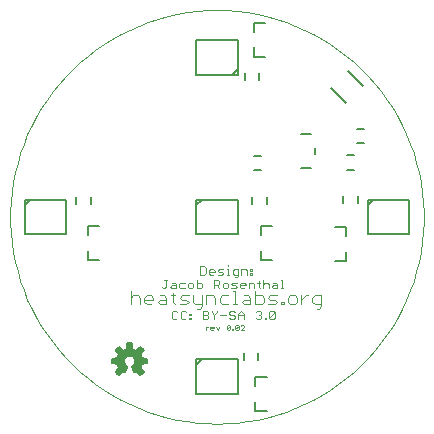
<source format=gto>
G75*
G70*
%OFA0B0*%
%FSLAX24Y24*%
%IPPOS*%
%LPD*%
%AMOC8*
5,1,8,0,0,1.08239X$1,22.5*
%
%ADD10C,0.0040*%
%ADD11C,0.0020*%
%ADD12C,0.0000*%
%ADD13C,0.0080*%
%ADD14C,0.0060*%
%ADD15C,0.0050*%
%ADD16C,0.0059*%
D10*
X005591Y006999D02*
X005684Y006999D01*
X005731Y007046D01*
X005839Y007046D02*
X005839Y007232D01*
X005885Y007279D01*
X005979Y007279D01*
X006026Y007232D01*
X006133Y007186D02*
X006133Y007139D01*
X006180Y007139D01*
X006180Y007186D01*
X006133Y007186D01*
X006133Y007046D02*
X006133Y006999D01*
X006180Y006999D01*
X006180Y007046D01*
X006133Y007046D01*
X006026Y007046D02*
X005979Y006999D01*
X005885Y006999D01*
X005839Y007046D01*
X005731Y007232D02*
X005684Y007279D01*
X005591Y007279D01*
X005544Y007232D01*
X005544Y007046D01*
X005591Y006999D01*
X005663Y007499D02*
X005590Y007572D01*
X005590Y007866D01*
X005517Y007792D02*
X005663Y007792D01*
X005811Y007719D02*
X005885Y007646D01*
X006031Y007646D01*
X006105Y007572D01*
X006031Y007499D01*
X005811Y007499D01*
X005811Y007719D02*
X005885Y007792D01*
X006105Y007792D01*
X006253Y007792D02*
X006253Y007572D01*
X006327Y007499D01*
X006547Y007499D01*
X006547Y007426D02*
X006473Y007352D01*
X006400Y007352D01*
X006547Y007426D02*
X006547Y007792D01*
X006695Y007792D02*
X006915Y007792D01*
X006989Y007719D01*
X006989Y007499D01*
X007137Y007572D02*
X007211Y007499D01*
X007431Y007499D01*
X007579Y007499D02*
X007726Y007499D01*
X007653Y007499D02*
X007653Y007939D01*
X007579Y007939D01*
X007529Y008034D02*
X007666Y008034D01*
X007712Y008079D01*
X007666Y008125D01*
X007574Y008125D01*
X007529Y008171D01*
X007574Y008217D01*
X007712Y008217D01*
X007819Y008171D02*
X007864Y008217D01*
X007956Y008217D01*
X008002Y008171D01*
X008002Y008125D01*
X007819Y008125D01*
X007819Y008079D02*
X007819Y008171D01*
X007819Y008079D02*
X007864Y008034D01*
X007956Y008034D01*
X008109Y008034D02*
X008109Y008217D01*
X008246Y008217D01*
X008292Y008171D01*
X008292Y008034D01*
X008316Y007939D02*
X008316Y007499D01*
X008536Y007499D01*
X008609Y007572D01*
X008609Y007719D01*
X008536Y007792D01*
X008316Y007792D01*
X008167Y007719D02*
X008167Y007499D01*
X007947Y007499D01*
X007874Y007572D01*
X007947Y007646D01*
X008167Y007646D01*
X008167Y007719D02*
X008094Y007792D01*
X007947Y007792D01*
X007847Y007279D02*
X007941Y007186D01*
X007941Y006999D01*
X007941Y007139D02*
X007754Y007139D01*
X007754Y007186D02*
X007754Y006999D01*
X007646Y007046D02*
X007599Y006999D01*
X007506Y006999D01*
X007459Y007046D01*
X007506Y007139D02*
X007459Y007186D01*
X007459Y007232D01*
X007506Y007279D01*
X007599Y007279D01*
X007646Y007232D01*
X007599Y007139D02*
X007646Y007092D01*
X007646Y007046D01*
X007599Y007139D02*
X007506Y007139D01*
X007351Y007139D02*
X007165Y007139D01*
X007057Y007232D02*
X007057Y007279D01*
X007057Y007232D02*
X006963Y007139D01*
X006963Y006999D01*
X006963Y007139D02*
X006870Y007232D01*
X006870Y007279D01*
X006762Y007232D02*
X006762Y007186D01*
X006715Y007139D01*
X006575Y007139D01*
X006575Y006999D02*
X006715Y006999D01*
X006762Y007046D01*
X006762Y007092D01*
X006715Y007139D01*
X006762Y007232D02*
X006715Y007279D01*
X006575Y007279D01*
X006575Y006999D01*
X006695Y007499D02*
X006695Y007792D01*
X006506Y008034D02*
X006369Y008034D01*
X006369Y008309D01*
X006369Y008217D02*
X006506Y008217D01*
X006552Y008171D01*
X006552Y008079D01*
X006506Y008034D01*
X006262Y008079D02*
X006262Y008171D01*
X006216Y008217D01*
X006124Y008217D01*
X006079Y008171D01*
X006079Y008079D01*
X006124Y008034D01*
X006216Y008034D01*
X006262Y008079D01*
X005972Y008034D02*
X005834Y008034D01*
X005789Y008079D01*
X005789Y008171D01*
X005834Y008217D01*
X005972Y008217D01*
X005682Y008171D02*
X005682Y008034D01*
X005544Y008034D01*
X005499Y008079D01*
X005544Y008125D01*
X005682Y008125D01*
X005682Y008171D02*
X005636Y008217D01*
X005544Y008217D01*
X005392Y008309D02*
X005300Y008309D01*
X005346Y008309D02*
X005346Y008079D01*
X005300Y008034D01*
X005254Y008034D01*
X005209Y008079D01*
X005148Y007792D02*
X005295Y007792D01*
X005368Y007719D01*
X005368Y007499D01*
X005148Y007499D01*
X005075Y007572D01*
X005148Y007646D01*
X005368Y007646D01*
X004926Y007646D02*
X004633Y007646D01*
X004633Y007719D02*
X004633Y007572D01*
X004706Y007499D01*
X004853Y007499D01*
X004926Y007646D02*
X004926Y007719D01*
X004853Y007792D01*
X004706Y007792D01*
X004633Y007719D01*
X004484Y007719D02*
X004484Y007499D01*
X004484Y007719D02*
X004411Y007792D01*
X004264Y007792D01*
X004191Y007719D01*
X004191Y007939D02*
X004191Y007499D01*
X006488Y008482D02*
X006628Y008482D01*
X006675Y008529D01*
X006675Y008716D01*
X006628Y008762D01*
X006488Y008762D01*
X006488Y008482D01*
X006783Y008529D02*
X006783Y008622D01*
X006830Y008669D01*
X006923Y008669D01*
X006970Y008622D01*
X006970Y008576D01*
X006783Y008576D01*
X006783Y008529D02*
X006830Y008482D01*
X006923Y008482D01*
X007078Y008482D02*
X007218Y008482D01*
X007264Y008529D01*
X007218Y008576D01*
X007124Y008576D01*
X007078Y008622D01*
X007124Y008669D01*
X007264Y008669D01*
X007372Y008669D02*
X007419Y008669D01*
X007419Y008482D01*
X007372Y008482D02*
X007466Y008482D01*
X007569Y008529D02*
X007615Y008482D01*
X007756Y008482D01*
X007756Y008435D02*
X007756Y008669D01*
X007615Y008669D01*
X007569Y008622D01*
X007569Y008529D01*
X007662Y008389D02*
X007709Y008389D01*
X007756Y008435D01*
X007863Y008482D02*
X007863Y008669D01*
X008003Y008669D01*
X008050Y008622D01*
X008050Y008482D01*
X008158Y008482D02*
X008158Y008529D01*
X008205Y008529D01*
X008205Y008482D01*
X008158Y008482D01*
X008158Y008622D02*
X008158Y008669D01*
X008205Y008669D01*
X008205Y008622D01*
X008158Y008622D01*
X008444Y008263D02*
X008444Y008079D01*
X008490Y008034D01*
X008592Y008034D02*
X008592Y008309D01*
X008638Y008217D02*
X008592Y008171D01*
X008638Y008217D02*
X008729Y008217D01*
X008775Y008171D01*
X008775Y008034D01*
X008882Y008079D02*
X008928Y008125D01*
X009065Y008125D01*
X009065Y008171D02*
X009065Y008034D01*
X008928Y008034D01*
X008882Y008079D01*
X008928Y008217D02*
X009019Y008217D01*
X009065Y008171D01*
X009172Y008034D02*
X009264Y008034D01*
X009218Y008034D02*
X009218Y008309D01*
X009172Y008309D01*
X009051Y007792D02*
X008831Y007792D01*
X008758Y007719D01*
X008831Y007646D01*
X008978Y007646D01*
X009051Y007572D01*
X008978Y007499D01*
X008758Y007499D01*
X008832Y007279D02*
X008925Y007279D01*
X008972Y007232D01*
X008785Y007046D01*
X008832Y006999D01*
X008925Y006999D01*
X008972Y007046D01*
X008972Y007232D01*
X008832Y007279D02*
X008785Y007232D01*
X008785Y007046D01*
X008685Y007046D02*
X008685Y006999D01*
X008638Y006999D01*
X008638Y007046D01*
X008685Y007046D01*
X008530Y007046D02*
X008483Y006999D01*
X008390Y006999D01*
X008343Y007046D01*
X008437Y007139D02*
X008483Y007139D01*
X008530Y007092D01*
X008530Y007046D01*
X008483Y007139D02*
X008530Y007186D01*
X008530Y007232D01*
X008483Y007279D01*
X008390Y007279D01*
X008343Y007232D01*
X007847Y007279D02*
X007754Y007186D01*
X007431Y007792D02*
X007211Y007792D01*
X007137Y007719D01*
X007137Y007572D01*
X007132Y008034D02*
X007040Y008125D01*
X007086Y008125D02*
X006949Y008125D01*
X006949Y008034D02*
X006949Y008309D01*
X007086Y008309D01*
X007132Y008263D01*
X007132Y008171D01*
X007086Y008125D01*
X007239Y008079D02*
X007284Y008034D01*
X007376Y008034D01*
X007422Y008079D01*
X007422Y008171D01*
X007376Y008217D01*
X007284Y008217D01*
X007239Y008171D01*
X007239Y008079D01*
X007419Y008762D02*
X007419Y008809D01*
X008399Y008217D02*
X008490Y008217D01*
X009200Y007572D02*
X009200Y007499D01*
X009273Y007499D01*
X009273Y007572D01*
X009200Y007572D01*
X009421Y007572D02*
X009421Y007719D01*
X009494Y007792D01*
X009641Y007792D01*
X009714Y007719D01*
X009714Y007572D01*
X009641Y007499D01*
X009494Y007499D01*
X009421Y007572D01*
X009863Y007499D02*
X009863Y007792D01*
X009863Y007646D02*
X010009Y007792D01*
X010083Y007792D01*
X010231Y007719D02*
X010231Y007572D01*
X010304Y007499D01*
X010525Y007499D01*
X010525Y007426D02*
X010525Y007792D01*
X010304Y007792D01*
X010231Y007719D01*
X010378Y007352D02*
X010451Y007352D01*
X010525Y007426D01*
D11*
X007958Y006783D02*
X007928Y006813D01*
X007868Y006813D01*
X007838Y006783D01*
X007774Y006783D02*
X007654Y006663D01*
X007684Y006633D01*
X007744Y006633D01*
X007774Y006663D01*
X007774Y006783D01*
X007744Y006813D01*
X007684Y006813D01*
X007654Y006783D01*
X007654Y006663D01*
X007592Y006663D02*
X007592Y006633D01*
X007562Y006633D01*
X007562Y006663D01*
X007592Y006663D01*
X007498Y006663D02*
X007468Y006633D01*
X007408Y006633D01*
X007378Y006663D01*
X007498Y006783D01*
X007498Y006663D01*
X007498Y006783D02*
X007468Y006813D01*
X007408Y006813D01*
X007378Y006783D01*
X007378Y006663D01*
X007130Y006753D02*
X007070Y006633D01*
X007010Y006753D01*
X006946Y006723D02*
X006946Y006693D01*
X006825Y006693D01*
X006825Y006663D02*
X006825Y006723D01*
X006855Y006753D01*
X006916Y006753D01*
X006946Y006723D01*
X006916Y006633D02*
X006855Y006633D01*
X006825Y006663D01*
X006762Y006753D02*
X006732Y006753D01*
X006672Y006693D01*
X006672Y006633D02*
X006672Y006753D01*
X007838Y006633D02*
X007958Y006753D01*
X007958Y006783D01*
X007958Y006633D02*
X007838Y006633D01*
D12*
X007051Y003517D02*
X007384Y003525D01*
X007716Y003549D01*
X008047Y003589D01*
X008375Y003645D01*
X008700Y003717D01*
X009021Y003805D01*
X009338Y003908D01*
X009649Y004026D01*
X009954Y004159D01*
X010253Y004306D01*
X010544Y004468D01*
X010827Y004644D01*
X011101Y004833D01*
X011365Y005035D01*
X011620Y005250D01*
X011864Y005477D01*
X012096Y005715D01*
X012317Y005964D01*
X012526Y006224D01*
X012721Y006493D01*
X012904Y006772D01*
X013073Y007059D01*
X013227Y007353D01*
X013368Y007655D01*
X013493Y007964D01*
X013604Y008278D01*
X013699Y008597D01*
X013779Y008920D01*
X013843Y009247D01*
X013891Y009577D01*
X013923Y009908D01*
X013939Y010241D01*
X013939Y010573D01*
X013923Y010906D01*
X013891Y011237D01*
X013843Y011567D01*
X013779Y011894D01*
X013699Y012217D01*
X013604Y012536D01*
X013493Y012850D01*
X013368Y013159D01*
X013227Y013461D01*
X013073Y013755D01*
X012904Y014042D01*
X012721Y014321D01*
X012526Y014590D01*
X012317Y014850D01*
X012096Y015099D01*
X011864Y015337D01*
X011620Y015564D01*
X011365Y015779D01*
X011101Y015981D01*
X010827Y016170D01*
X010544Y016346D01*
X010253Y016508D01*
X009954Y016655D01*
X009649Y016788D01*
X009338Y016906D01*
X009021Y017009D01*
X008700Y017097D01*
X008375Y017169D01*
X008047Y017225D01*
X007716Y017265D01*
X007384Y017289D01*
X007051Y017297D01*
X006718Y017289D01*
X006386Y017265D01*
X006055Y017225D01*
X005727Y017169D01*
X005402Y017097D01*
X005081Y017009D01*
X004764Y016906D01*
X004453Y016788D01*
X004148Y016655D01*
X003849Y016508D01*
X003558Y016346D01*
X003275Y016170D01*
X003001Y015981D01*
X002737Y015779D01*
X002482Y015564D01*
X002238Y015337D01*
X002006Y015099D01*
X001785Y014850D01*
X001576Y014590D01*
X001381Y014321D01*
X001198Y014042D01*
X001029Y013755D01*
X000875Y013461D01*
X000734Y013159D01*
X000609Y012850D01*
X000498Y012536D01*
X000403Y012217D01*
X000323Y011894D01*
X000259Y011567D01*
X000211Y011237D01*
X000179Y010906D01*
X000163Y010573D01*
X000163Y010241D01*
X000179Y009908D01*
X000211Y009577D01*
X000259Y009247D01*
X000323Y008920D01*
X000403Y008597D01*
X000498Y008278D01*
X000609Y007964D01*
X000734Y007655D01*
X000875Y007353D01*
X001029Y007059D01*
X001198Y006772D01*
X001381Y006493D01*
X001576Y006224D01*
X001785Y005964D01*
X002006Y005715D01*
X002238Y005477D01*
X002482Y005250D01*
X002737Y005035D01*
X003001Y004833D01*
X003275Y004644D01*
X003558Y004468D01*
X003849Y004306D01*
X004148Y004159D01*
X004453Y004026D01*
X004764Y003908D01*
X005081Y003805D01*
X005402Y003717D01*
X005727Y003645D01*
X006055Y003589D01*
X006386Y003549D01*
X006718Y003525D01*
X007051Y003517D01*
D13*
X007740Y004521D02*
X006362Y004521D01*
X006362Y005486D01*
X006539Y005663D01*
X006362Y005663D01*
X006362Y005486D01*
X006539Y005663D02*
X007740Y005663D01*
X007740Y004521D01*
X007740Y009836D02*
X006362Y009836D01*
X006362Y010801D01*
X006539Y010978D01*
X006362Y010978D01*
X006362Y010801D01*
X006539Y010978D02*
X007740Y010978D01*
X007740Y009836D01*
X009837Y012040D02*
X010175Y012040D01*
X010325Y012494D02*
X010325Y012706D01*
X010175Y013160D02*
X009837Y013160D01*
X011354Y014209D02*
X010853Y014710D01*
X011410Y015267D02*
X011911Y014766D01*
X012071Y010978D02*
X012248Y010978D01*
X012071Y010801D01*
X012071Y010978D01*
X012248Y010978D02*
X013449Y010978D01*
X013449Y009836D01*
X012071Y009836D01*
X012071Y010801D01*
X007740Y015151D02*
X007563Y015151D01*
X007740Y015329D01*
X007740Y015151D01*
X007563Y015151D02*
X006362Y015151D01*
X006362Y016293D01*
X007740Y016293D01*
X007740Y015329D01*
X002031Y010978D02*
X002031Y009836D01*
X000653Y009836D01*
X000653Y010801D01*
X000831Y010978D01*
X000653Y010978D01*
X000653Y010801D01*
X000831Y010978D02*
X002031Y010978D01*
D14*
X002366Y011077D02*
X002366Y010840D01*
X002838Y010840D02*
X002838Y011077D01*
X007996Y014974D02*
X007996Y015210D01*
X008468Y015210D02*
X008468Y014974D01*
X008523Y012447D02*
X008287Y012447D01*
X008287Y011974D02*
X008523Y011974D01*
X008705Y011077D02*
X008705Y010840D01*
X008232Y010840D02*
X008232Y011077D01*
X011264Y011116D02*
X011264Y010880D01*
X011736Y010880D02*
X011736Y011116D01*
X011609Y011987D02*
X011373Y011987D01*
X011373Y012459D02*
X011609Y012459D01*
X011729Y012869D02*
X011965Y012869D01*
X011965Y013341D02*
X011729Y013341D01*
X008429Y005880D02*
X008429Y005643D01*
X007957Y005643D02*
X007957Y005880D01*
D15*
X008331Y005073D02*
X008331Y004777D01*
X008331Y005073D02*
X008705Y005073D01*
X008331Y004246D02*
X008331Y003931D01*
X008705Y003931D01*
X008527Y008970D02*
X008901Y008970D01*
X008527Y008970D02*
X008527Y009285D01*
X008527Y009817D02*
X008527Y010112D01*
X008901Y010112D01*
X010988Y010073D02*
X011362Y010073D01*
X011362Y009758D01*
X011362Y009226D02*
X011362Y008931D01*
X010988Y008931D01*
X008665Y015742D02*
X008291Y015742D01*
X008291Y016057D01*
X008291Y016588D02*
X008291Y016884D01*
X008665Y016884D01*
X003114Y010112D02*
X002740Y010112D01*
X002740Y009817D01*
X002740Y009285D02*
X002740Y008970D01*
X003114Y008970D01*
D16*
X003922Y005260D02*
X003774Y005139D01*
X003672Y005241D01*
X003793Y005389D01*
X003763Y005449D01*
X003742Y005513D01*
X003551Y005532D01*
X003551Y005676D01*
X003742Y005695D01*
X003763Y005759D01*
X003793Y005819D01*
X003672Y005968D01*
X003774Y006069D01*
X003922Y005948D01*
X003982Y005979D01*
X004046Y006000D01*
X004066Y006190D01*
X004210Y006190D01*
X004229Y006000D01*
X004293Y005979D01*
X004353Y005948D01*
X004501Y006069D01*
X004603Y005968D01*
X004482Y005819D01*
X004513Y005759D01*
X004533Y005695D01*
X004724Y005676D01*
X004724Y005532D01*
X004533Y005513D01*
X004513Y005449D01*
X004482Y005389D01*
X004603Y005241D01*
X004501Y005139D01*
X004353Y005260D01*
X004293Y005229D01*
X004208Y005434D01*
X004247Y005455D01*
X004279Y005485D01*
X004303Y005522D01*
X004318Y005564D01*
X004322Y005608D01*
X004316Y005652D01*
X004299Y005693D01*
X004274Y005729D01*
X004240Y005757D01*
X004201Y005777D01*
X004158Y005787D01*
X004114Y005787D01*
X004071Y005776D01*
X004032Y005755D01*
X003999Y005726D01*
X003974Y005689D01*
X003958Y005648D01*
X003953Y005604D01*
X003958Y005561D01*
X003973Y005520D01*
X003997Y005484D01*
X004029Y005455D01*
X004067Y005434D01*
X003982Y005229D01*
X003922Y005260D01*
X003905Y005245D02*
X003676Y005245D01*
X003723Y005303D02*
X004013Y005303D01*
X004037Y005361D02*
X003770Y005361D01*
X003778Y005418D02*
X004061Y005418D01*
X004006Y005476D02*
X003754Y005476D01*
X003551Y005533D02*
X003968Y005533D01*
X003955Y005591D02*
X003551Y005591D01*
X003551Y005649D02*
X003959Y005649D01*
X003986Y005706D02*
X003745Y005706D01*
X003765Y005764D02*
X004048Y005764D01*
X004029Y005994D02*
X004246Y005994D01*
X004224Y006052D02*
X004052Y006052D01*
X004057Y006109D02*
X004218Y006109D01*
X004212Y006167D02*
X004063Y006167D01*
X003866Y005994D02*
X003699Y005994D01*
X003698Y005937D02*
X004578Y005937D01*
X004576Y005994D02*
X004409Y005994D01*
X004480Y006052D02*
X004519Y006052D01*
X004531Y005879D02*
X003745Y005879D01*
X003792Y005821D02*
X004484Y005821D01*
X004511Y005764D02*
X004228Y005764D01*
X004290Y005706D02*
X004530Y005706D01*
X004724Y005649D02*
X004316Y005649D01*
X004320Y005591D02*
X004724Y005591D01*
X004724Y005533D02*
X004307Y005533D01*
X004269Y005476D02*
X004521Y005476D01*
X004497Y005418D02*
X004215Y005418D01*
X004238Y005361D02*
X004505Y005361D01*
X004552Y005303D02*
X004262Y005303D01*
X004286Y005245D02*
X004325Y005245D01*
X004370Y005245D02*
X004599Y005245D01*
X004550Y005188D02*
X004441Y005188D01*
X003989Y005245D02*
X003950Y005245D01*
X003834Y005188D02*
X003725Y005188D01*
X003756Y006052D02*
X003796Y006052D01*
M02*

</source>
